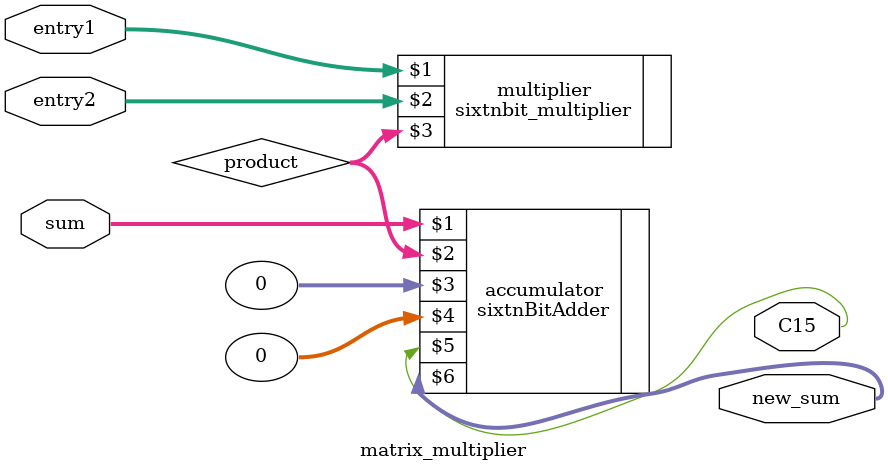
<source format=v>
`include "multiplier_16.v"
`include "adder_16.v"

module matrix_multiplier(
  input [7:0] entry1,
  input [7:0] entry2,
  input [15:0] sum,
  output [15:0] new_sum,
  output C15
  );

  wire [15:0] product;

  sixtnbit_multiplier multiplier(entry1, entry2, product);
  sixtnBitAdder accumulator(sum, product, 0, 0, C15, new_sum);
endmodule

</source>
